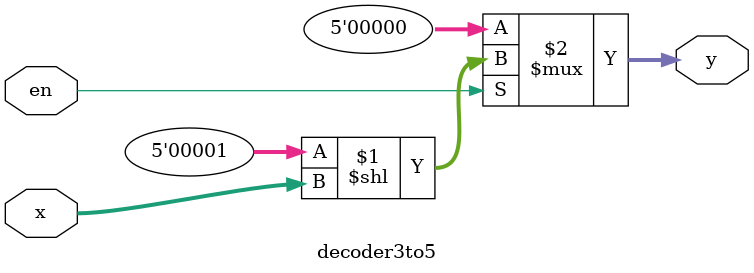
<source format=v>
`timescale 1ns / 1ps
module decoder3to5(
	input [1:0] x,
	output [4:0] y,
	input en
   );
	 assign y = (en) ? (5'd1 << x) : 5'd0;

endmodule
</source>
